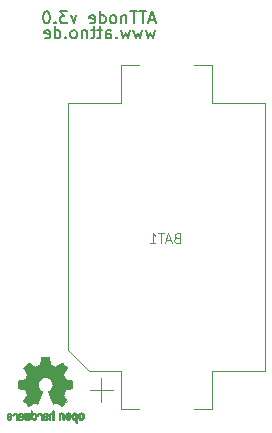
<source format=gbr>
%TF.GenerationSoftware,KiCad,Pcbnew,5.1.8*%
%TF.CreationDate,2020-11-15T15:28:23+01:00*%
%TF.ProjectId,LORA_ATTINY_v3,4c4f5241-5f41-4545-9449-4e595f76332e,rev?*%
%TF.SameCoordinates,Original*%
%TF.FileFunction,Legend,Bot*%
%TF.FilePolarity,Positive*%
%FSLAX46Y46*%
G04 Gerber Fmt 4.6, Leading zero omitted, Abs format (unit mm)*
G04 Created by KiCad (PCBNEW 5.1.8) date 2020-11-15 15:28:23*
%MOMM*%
%LPD*%
G01*
G04 APERTURE LIST*
%ADD10C,0.150000*%
%ADD11C,0.010000*%
%ADD12C,0.120000*%
%ADD13C,0.100000*%
G04 APERTURE END LIST*
D10*
X69865285Y-43473714D02*
X69674809Y-44140380D01*
X69484333Y-43664190D01*
X69293857Y-44140380D01*
X69103380Y-43473714D01*
X68817666Y-43473714D02*
X68627190Y-44140380D01*
X68436714Y-43664190D01*
X68246238Y-44140380D01*
X68055761Y-43473714D01*
X67770047Y-43473714D02*
X67579571Y-44140380D01*
X67389095Y-43664190D01*
X67198619Y-44140380D01*
X67008142Y-43473714D01*
X66627190Y-44045142D02*
X66579571Y-44092761D01*
X66627190Y-44140380D01*
X66674809Y-44092761D01*
X66627190Y-44045142D01*
X66627190Y-44140380D01*
X65722428Y-44140380D02*
X65722428Y-43616571D01*
X65770047Y-43521333D01*
X65865285Y-43473714D01*
X66055761Y-43473714D01*
X66151000Y-43521333D01*
X65722428Y-44092761D02*
X65817666Y-44140380D01*
X66055761Y-44140380D01*
X66151000Y-44092761D01*
X66198619Y-43997523D01*
X66198619Y-43902285D01*
X66151000Y-43807047D01*
X66055761Y-43759428D01*
X65817666Y-43759428D01*
X65722428Y-43711809D01*
X65389095Y-43473714D02*
X65008142Y-43473714D01*
X65246238Y-43140380D02*
X65246238Y-43997523D01*
X65198619Y-44092761D01*
X65103380Y-44140380D01*
X65008142Y-44140380D01*
X64817666Y-43473714D02*
X64436714Y-43473714D01*
X64674809Y-43140380D02*
X64674809Y-43997523D01*
X64627190Y-44092761D01*
X64531952Y-44140380D01*
X64436714Y-44140380D01*
X64103380Y-43473714D02*
X64103380Y-44140380D01*
X64103380Y-43568952D02*
X64055761Y-43521333D01*
X63960523Y-43473714D01*
X63817666Y-43473714D01*
X63722428Y-43521333D01*
X63674809Y-43616571D01*
X63674809Y-44140380D01*
X63055761Y-44140380D02*
X63151000Y-44092761D01*
X63198619Y-44045142D01*
X63246238Y-43949904D01*
X63246238Y-43664190D01*
X63198619Y-43568952D01*
X63151000Y-43521333D01*
X63055761Y-43473714D01*
X62912904Y-43473714D01*
X62817666Y-43521333D01*
X62770047Y-43568952D01*
X62722428Y-43664190D01*
X62722428Y-43949904D01*
X62770047Y-44045142D01*
X62817666Y-44092761D01*
X62912904Y-44140380D01*
X63055761Y-44140380D01*
X62293857Y-44045142D02*
X62246238Y-44092761D01*
X62293857Y-44140380D01*
X62341476Y-44092761D01*
X62293857Y-44045142D01*
X62293857Y-44140380D01*
X61389095Y-44140380D02*
X61389095Y-43140380D01*
X61389095Y-44092761D02*
X61484333Y-44140380D01*
X61674809Y-44140380D01*
X61770047Y-44092761D01*
X61817666Y-44045142D01*
X61865285Y-43949904D01*
X61865285Y-43664190D01*
X61817666Y-43568952D01*
X61770047Y-43521333D01*
X61674809Y-43473714D01*
X61484333Y-43473714D01*
X61389095Y-43521333D01*
X60531952Y-44092761D02*
X60627190Y-44140380D01*
X60817666Y-44140380D01*
X60912904Y-44092761D01*
X60960523Y-43997523D01*
X60960523Y-43616571D01*
X60912904Y-43521333D01*
X60817666Y-43473714D01*
X60627190Y-43473714D01*
X60531952Y-43521333D01*
X60484333Y-43616571D01*
X60484333Y-43711809D01*
X60960523Y-43807047D01*
X69889095Y-42584666D02*
X69412904Y-42584666D01*
X69984333Y-42870380D02*
X69651000Y-41870380D01*
X69317666Y-42870380D01*
X69127190Y-41870380D02*
X68555761Y-41870380D01*
X68841476Y-42870380D02*
X68841476Y-41870380D01*
X68365285Y-41870380D02*
X67793857Y-41870380D01*
X68079571Y-42870380D02*
X68079571Y-41870380D01*
X67460523Y-42203714D02*
X67460523Y-42870380D01*
X67460523Y-42298952D02*
X67412904Y-42251333D01*
X67317666Y-42203714D01*
X67174809Y-42203714D01*
X67079571Y-42251333D01*
X67031952Y-42346571D01*
X67031952Y-42870380D01*
X66412904Y-42870380D02*
X66508142Y-42822761D01*
X66555761Y-42775142D01*
X66603380Y-42679904D01*
X66603380Y-42394190D01*
X66555761Y-42298952D01*
X66508142Y-42251333D01*
X66412904Y-42203714D01*
X66270047Y-42203714D01*
X66174809Y-42251333D01*
X66127190Y-42298952D01*
X66079571Y-42394190D01*
X66079571Y-42679904D01*
X66127190Y-42775142D01*
X66174809Y-42822761D01*
X66270047Y-42870380D01*
X66412904Y-42870380D01*
X65222428Y-42870380D02*
X65222428Y-41870380D01*
X65222428Y-42822761D02*
X65317666Y-42870380D01*
X65508142Y-42870380D01*
X65603380Y-42822761D01*
X65651000Y-42775142D01*
X65698619Y-42679904D01*
X65698619Y-42394190D01*
X65651000Y-42298952D01*
X65603380Y-42251333D01*
X65508142Y-42203714D01*
X65317666Y-42203714D01*
X65222428Y-42251333D01*
X64365285Y-42822761D02*
X64460523Y-42870380D01*
X64651000Y-42870380D01*
X64746238Y-42822761D01*
X64793857Y-42727523D01*
X64793857Y-42346571D01*
X64746238Y-42251333D01*
X64651000Y-42203714D01*
X64460523Y-42203714D01*
X64365285Y-42251333D01*
X64317666Y-42346571D01*
X64317666Y-42441809D01*
X64793857Y-42537047D01*
X63222428Y-42203714D02*
X62984333Y-42870380D01*
X62746238Y-42203714D01*
X62460523Y-41870380D02*
X61841476Y-41870380D01*
X62174809Y-42251333D01*
X62031952Y-42251333D01*
X61936714Y-42298952D01*
X61889095Y-42346571D01*
X61841476Y-42441809D01*
X61841476Y-42679904D01*
X61889095Y-42775142D01*
X61936714Y-42822761D01*
X62031952Y-42870380D01*
X62317666Y-42870380D01*
X62412904Y-42822761D01*
X62460523Y-42775142D01*
X61412904Y-42775142D02*
X61365285Y-42822761D01*
X61412904Y-42870380D01*
X61460523Y-42822761D01*
X61412904Y-42775142D01*
X61412904Y-42870380D01*
X60746238Y-41870380D02*
X60651000Y-41870380D01*
X60555761Y-41918000D01*
X60508142Y-41965619D01*
X60460523Y-42060857D01*
X60412904Y-42251333D01*
X60412904Y-42489428D01*
X60460523Y-42679904D01*
X60508142Y-42775142D01*
X60555761Y-42822761D01*
X60651000Y-42870380D01*
X60746238Y-42870380D01*
X60841476Y-42822761D01*
X60889095Y-42775142D01*
X60936714Y-42679904D01*
X60984333Y-42489428D01*
X60984333Y-42251333D01*
X60936714Y-42060857D01*
X60889095Y-41965619D01*
X60841476Y-41918000D01*
X60746238Y-41870380D01*
D11*
%TO.C,OSHW*%
G36*
X60475090Y-71156348D02*
G01*
X60396546Y-71156778D01*
X60339702Y-71157942D01*
X60300895Y-71160207D01*
X60276462Y-71163940D01*
X60262738Y-71169506D01*
X60256060Y-71177273D01*
X60252764Y-71187605D01*
X60252444Y-71188943D01*
X60247438Y-71213079D01*
X60238171Y-71260701D01*
X60225608Y-71326741D01*
X60210713Y-71406128D01*
X60194449Y-71493796D01*
X60193881Y-71496875D01*
X60177590Y-71582789D01*
X60162348Y-71658696D01*
X60149139Y-71720045D01*
X60138946Y-71762282D01*
X60132752Y-71780855D01*
X60132457Y-71781184D01*
X60114212Y-71790253D01*
X60076595Y-71805367D01*
X60027729Y-71823262D01*
X60027457Y-71823358D01*
X59965907Y-71846493D01*
X59893343Y-71875965D01*
X59824943Y-71905597D01*
X59821706Y-71907062D01*
X59710298Y-71957626D01*
X59463601Y-71789160D01*
X59387923Y-71737803D01*
X59319369Y-71691889D01*
X59261912Y-71654030D01*
X59219524Y-71626837D01*
X59196175Y-71612921D01*
X59193958Y-71611889D01*
X59176990Y-71616484D01*
X59145299Y-71638655D01*
X59097648Y-71679447D01*
X59032802Y-71739905D01*
X58966603Y-71804227D01*
X58902786Y-71867612D01*
X58845671Y-71925451D01*
X58798695Y-71974175D01*
X58765297Y-72010210D01*
X58748915Y-72029984D01*
X58748306Y-72031002D01*
X58746495Y-72044572D01*
X58753317Y-72066733D01*
X58770460Y-72100478D01*
X58799607Y-72148800D01*
X58842445Y-72214692D01*
X58899552Y-72299517D01*
X58950234Y-72374177D01*
X58995539Y-72441140D01*
X59032850Y-72496516D01*
X59059548Y-72536420D01*
X59073015Y-72556962D01*
X59073863Y-72558356D01*
X59072219Y-72578038D01*
X59059755Y-72616293D01*
X59038952Y-72665889D01*
X59031538Y-72681728D01*
X58999186Y-72752290D01*
X58964672Y-72832353D01*
X58936635Y-72901629D01*
X58916432Y-72953045D01*
X58900385Y-72992119D01*
X58891112Y-73012541D01*
X58889959Y-73014114D01*
X58872904Y-73016721D01*
X58832702Y-73023863D01*
X58774698Y-73034523D01*
X58704237Y-73047685D01*
X58626665Y-73062333D01*
X58547328Y-73077449D01*
X58471569Y-73092018D01*
X58404736Y-73105022D01*
X58352172Y-73115445D01*
X58319224Y-73122270D01*
X58311143Y-73124199D01*
X58302795Y-73128962D01*
X58296494Y-73139718D01*
X58291955Y-73160098D01*
X58288896Y-73193734D01*
X58287033Y-73244255D01*
X58286082Y-73315292D01*
X58285760Y-73410476D01*
X58285743Y-73449492D01*
X58285743Y-73766799D01*
X58361943Y-73781839D01*
X58404337Y-73789995D01*
X58467600Y-73801899D01*
X58544038Y-73816116D01*
X58625957Y-73831210D01*
X58648600Y-73835355D01*
X58724194Y-73850053D01*
X58790047Y-73864505D01*
X58840634Y-73877375D01*
X58870426Y-73887322D01*
X58875388Y-73890287D01*
X58887574Y-73911283D01*
X58905047Y-73951967D01*
X58924423Y-74004322D01*
X58928266Y-74015600D01*
X58953661Y-74085523D01*
X58985183Y-74164418D01*
X59016031Y-74235266D01*
X59016183Y-74235595D01*
X59067553Y-74346733D01*
X58898601Y-74595253D01*
X58729648Y-74843772D01*
X58946571Y-75061058D01*
X59012181Y-75125726D01*
X59072021Y-75182733D01*
X59122733Y-75229033D01*
X59160954Y-75261584D01*
X59183325Y-75277343D01*
X59186534Y-75278343D01*
X59205374Y-75270469D01*
X59243820Y-75248578D01*
X59297670Y-75215267D01*
X59362724Y-75173131D01*
X59433060Y-75125943D01*
X59504445Y-75077810D01*
X59568092Y-75035928D01*
X59619959Y-75002871D01*
X59656005Y-74981218D01*
X59672133Y-74973543D01*
X59691811Y-74980037D01*
X59729125Y-74997150D01*
X59776379Y-75021326D01*
X59781388Y-75024013D01*
X59845023Y-75055927D01*
X59888659Y-75071579D01*
X59915798Y-75071745D01*
X59929943Y-75057204D01*
X59930025Y-75057000D01*
X59937095Y-75039779D01*
X59953958Y-74998899D01*
X59979305Y-74937525D01*
X60011829Y-74858819D01*
X60050222Y-74765947D01*
X60093178Y-74662072D01*
X60134778Y-74561502D01*
X60180496Y-74450516D01*
X60222474Y-74347703D01*
X60259452Y-74256215D01*
X60290173Y-74179201D01*
X60313378Y-74119815D01*
X60327810Y-74081209D01*
X60332257Y-74066800D01*
X60321104Y-74050272D01*
X60291931Y-74023930D01*
X60253029Y-73994887D01*
X60142243Y-73903039D01*
X60055649Y-73797759D01*
X59994284Y-73681266D01*
X59959185Y-73555776D01*
X59951392Y-73423507D01*
X59957057Y-73362457D01*
X59987922Y-73235795D01*
X60041080Y-73123941D01*
X60113233Y-73028001D01*
X60201083Y-72949076D01*
X60301335Y-72888270D01*
X60410690Y-72846687D01*
X60525853Y-72825428D01*
X60643525Y-72825599D01*
X60760410Y-72848301D01*
X60873211Y-72894638D01*
X60978631Y-72965713D01*
X61022632Y-73005911D01*
X61107021Y-73109129D01*
X61165778Y-73221925D01*
X61199296Y-73341010D01*
X61207965Y-73463095D01*
X61192177Y-73584893D01*
X61152322Y-73703116D01*
X61088793Y-73814475D01*
X61001979Y-73915684D01*
X60904971Y-73994887D01*
X60864563Y-74025162D01*
X60836018Y-74051219D01*
X60825743Y-74066825D01*
X60831123Y-74083843D01*
X60846425Y-74124500D01*
X60870388Y-74185642D01*
X60901756Y-74264119D01*
X60939268Y-74356780D01*
X60981667Y-74460472D01*
X61023337Y-74561526D01*
X61069310Y-74672607D01*
X61111893Y-74775541D01*
X61149779Y-74867165D01*
X61181660Y-74944316D01*
X61206229Y-75003831D01*
X61222180Y-75042544D01*
X61228090Y-75057000D01*
X61242052Y-75071685D01*
X61269060Y-75071642D01*
X61312587Y-75056099D01*
X61376110Y-75024284D01*
X61376612Y-75024013D01*
X61424440Y-74999323D01*
X61463103Y-74981338D01*
X61484905Y-74973614D01*
X61485867Y-74973543D01*
X61502279Y-74981378D01*
X61538513Y-75003165D01*
X61590526Y-75036328D01*
X61654275Y-75078291D01*
X61724940Y-75125943D01*
X61796884Y-75174191D01*
X61861726Y-75216151D01*
X61915265Y-75249227D01*
X61953303Y-75270821D01*
X61971467Y-75278343D01*
X61988192Y-75268457D01*
X62021820Y-75240826D01*
X62068990Y-75198495D01*
X62126342Y-75144505D01*
X62190516Y-75081899D01*
X62211503Y-75060983D01*
X62428501Y-74843623D01*
X62263332Y-74601220D01*
X62213136Y-74526781D01*
X62169081Y-74459972D01*
X62133638Y-74404665D01*
X62109281Y-74364729D01*
X62098478Y-74344036D01*
X62098162Y-74342563D01*
X62103857Y-74323058D01*
X62119174Y-74283822D01*
X62141463Y-74231430D01*
X62157107Y-74196355D01*
X62186359Y-74129201D01*
X62213906Y-74061358D01*
X62235263Y-74004034D01*
X62241065Y-73986572D01*
X62257548Y-73939938D01*
X62273660Y-73903905D01*
X62282510Y-73890287D01*
X62302040Y-73881952D01*
X62344666Y-73870137D01*
X62404855Y-73856181D01*
X62477078Y-73841422D01*
X62509400Y-73835355D01*
X62591478Y-73820273D01*
X62670205Y-73805669D01*
X62737891Y-73792980D01*
X62786840Y-73783642D01*
X62796057Y-73781839D01*
X62872257Y-73766799D01*
X62872257Y-73449492D01*
X62872086Y-73345154D01*
X62871384Y-73266213D01*
X62869866Y-73209038D01*
X62867251Y-73169999D01*
X62863254Y-73145465D01*
X62857591Y-73131805D01*
X62849980Y-73125389D01*
X62846857Y-73124199D01*
X62828022Y-73119980D01*
X62786412Y-73111562D01*
X62727370Y-73099961D01*
X62656243Y-73086195D01*
X62578375Y-73071280D01*
X62499113Y-73056232D01*
X62423802Y-73042069D01*
X62357787Y-73029806D01*
X62306413Y-73020461D01*
X62275025Y-73015050D01*
X62268041Y-73014114D01*
X62261715Y-73001596D01*
X62247710Y-72968246D01*
X62228645Y-72920377D01*
X62221366Y-72901629D01*
X62192004Y-72829195D01*
X62157429Y-72749170D01*
X62126463Y-72681728D01*
X62103677Y-72630159D01*
X62088518Y-72587785D01*
X62083458Y-72561834D01*
X62084264Y-72558356D01*
X62094959Y-72541936D01*
X62119380Y-72505417D01*
X62154905Y-72452687D01*
X62198913Y-72387635D01*
X62248783Y-72314151D01*
X62258644Y-72299645D01*
X62316508Y-72213704D01*
X62359044Y-72148261D01*
X62387946Y-72100304D01*
X62404910Y-72066820D01*
X62411633Y-72044795D01*
X62409810Y-72031217D01*
X62409764Y-72031131D01*
X62395414Y-72013297D01*
X62363677Y-71978817D01*
X62317990Y-71931268D01*
X62261796Y-71874222D01*
X62198532Y-71811255D01*
X62191398Y-71804227D01*
X62111670Y-71727020D01*
X62050143Y-71670330D01*
X62005579Y-71633110D01*
X61976743Y-71614315D01*
X61964042Y-71611889D01*
X61945506Y-71622471D01*
X61907039Y-71646916D01*
X61852614Y-71682612D01*
X61786202Y-71726947D01*
X61711775Y-71777311D01*
X61694399Y-71789160D01*
X61447703Y-71957626D01*
X61336294Y-71907062D01*
X61268543Y-71877595D01*
X61195817Y-71847959D01*
X61133297Y-71824330D01*
X61130543Y-71823358D01*
X61081640Y-71805457D01*
X61043943Y-71790320D01*
X61025575Y-71781210D01*
X61025544Y-71781184D01*
X61019715Y-71764717D01*
X61009808Y-71724219D01*
X60996805Y-71664242D01*
X60981691Y-71589340D01*
X60965448Y-71504064D01*
X60964119Y-71496875D01*
X60947825Y-71409014D01*
X60932867Y-71329260D01*
X60920209Y-71262681D01*
X60910814Y-71214347D01*
X60905646Y-71189325D01*
X60905556Y-71188943D01*
X60902411Y-71178299D01*
X60896296Y-71170262D01*
X60883547Y-71164467D01*
X60860500Y-71160547D01*
X60823491Y-71158135D01*
X60768856Y-71156865D01*
X60692933Y-71156371D01*
X60592056Y-71156286D01*
X60579000Y-71156286D01*
X60475090Y-71156348D01*
G37*
X60475090Y-71156348D02*
X60396546Y-71156778D01*
X60339702Y-71157942D01*
X60300895Y-71160207D01*
X60276462Y-71163940D01*
X60262738Y-71169506D01*
X60256060Y-71177273D01*
X60252764Y-71187605D01*
X60252444Y-71188943D01*
X60247438Y-71213079D01*
X60238171Y-71260701D01*
X60225608Y-71326741D01*
X60210713Y-71406128D01*
X60194449Y-71493796D01*
X60193881Y-71496875D01*
X60177590Y-71582789D01*
X60162348Y-71658696D01*
X60149139Y-71720045D01*
X60138946Y-71762282D01*
X60132752Y-71780855D01*
X60132457Y-71781184D01*
X60114212Y-71790253D01*
X60076595Y-71805367D01*
X60027729Y-71823262D01*
X60027457Y-71823358D01*
X59965907Y-71846493D01*
X59893343Y-71875965D01*
X59824943Y-71905597D01*
X59821706Y-71907062D01*
X59710298Y-71957626D01*
X59463601Y-71789160D01*
X59387923Y-71737803D01*
X59319369Y-71691889D01*
X59261912Y-71654030D01*
X59219524Y-71626837D01*
X59196175Y-71612921D01*
X59193958Y-71611889D01*
X59176990Y-71616484D01*
X59145299Y-71638655D01*
X59097648Y-71679447D01*
X59032802Y-71739905D01*
X58966603Y-71804227D01*
X58902786Y-71867612D01*
X58845671Y-71925451D01*
X58798695Y-71974175D01*
X58765297Y-72010210D01*
X58748915Y-72029984D01*
X58748306Y-72031002D01*
X58746495Y-72044572D01*
X58753317Y-72066733D01*
X58770460Y-72100478D01*
X58799607Y-72148800D01*
X58842445Y-72214692D01*
X58899552Y-72299517D01*
X58950234Y-72374177D01*
X58995539Y-72441140D01*
X59032850Y-72496516D01*
X59059548Y-72536420D01*
X59073015Y-72556962D01*
X59073863Y-72558356D01*
X59072219Y-72578038D01*
X59059755Y-72616293D01*
X59038952Y-72665889D01*
X59031538Y-72681728D01*
X58999186Y-72752290D01*
X58964672Y-72832353D01*
X58936635Y-72901629D01*
X58916432Y-72953045D01*
X58900385Y-72992119D01*
X58891112Y-73012541D01*
X58889959Y-73014114D01*
X58872904Y-73016721D01*
X58832702Y-73023863D01*
X58774698Y-73034523D01*
X58704237Y-73047685D01*
X58626665Y-73062333D01*
X58547328Y-73077449D01*
X58471569Y-73092018D01*
X58404736Y-73105022D01*
X58352172Y-73115445D01*
X58319224Y-73122270D01*
X58311143Y-73124199D01*
X58302795Y-73128962D01*
X58296494Y-73139718D01*
X58291955Y-73160098D01*
X58288896Y-73193734D01*
X58287033Y-73244255D01*
X58286082Y-73315292D01*
X58285760Y-73410476D01*
X58285743Y-73449492D01*
X58285743Y-73766799D01*
X58361943Y-73781839D01*
X58404337Y-73789995D01*
X58467600Y-73801899D01*
X58544038Y-73816116D01*
X58625957Y-73831210D01*
X58648600Y-73835355D01*
X58724194Y-73850053D01*
X58790047Y-73864505D01*
X58840634Y-73877375D01*
X58870426Y-73887322D01*
X58875388Y-73890287D01*
X58887574Y-73911283D01*
X58905047Y-73951967D01*
X58924423Y-74004322D01*
X58928266Y-74015600D01*
X58953661Y-74085523D01*
X58985183Y-74164418D01*
X59016031Y-74235266D01*
X59016183Y-74235595D01*
X59067553Y-74346733D01*
X58898601Y-74595253D01*
X58729648Y-74843772D01*
X58946571Y-75061058D01*
X59012181Y-75125726D01*
X59072021Y-75182733D01*
X59122733Y-75229033D01*
X59160954Y-75261584D01*
X59183325Y-75277343D01*
X59186534Y-75278343D01*
X59205374Y-75270469D01*
X59243820Y-75248578D01*
X59297670Y-75215267D01*
X59362724Y-75173131D01*
X59433060Y-75125943D01*
X59504445Y-75077810D01*
X59568092Y-75035928D01*
X59619959Y-75002871D01*
X59656005Y-74981218D01*
X59672133Y-74973543D01*
X59691811Y-74980037D01*
X59729125Y-74997150D01*
X59776379Y-75021326D01*
X59781388Y-75024013D01*
X59845023Y-75055927D01*
X59888659Y-75071579D01*
X59915798Y-75071745D01*
X59929943Y-75057204D01*
X59930025Y-75057000D01*
X59937095Y-75039779D01*
X59953958Y-74998899D01*
X59979305Y-74937525D01*
X60011829Y-74858819D01*
X60050222Y-74765947D01*
X60093178Y-74662072D01*
X60134778Y-74561502D01*
X60180496Y-74450516D01*
X60222474Y-74347703D01*
X60259452Y-74256215D01*
X60290173Y-74179201D01*
X60313378Y-74119815D01*
X60327810Y-74081209D01*
X60332257Y-74066800D01*
X60321104Y-74050272D01*
X60291931Y-74023930D01*
X60253029Y-73994887D01*
X60142243Y-73903039D01*
X60055649Y-73797759D01*
X59994284Y-73681266D01*
X59959185Y-73555776D01*
X59951392Y-73423507D01*
X59957057Y-73362457D01*
X59987922Y-73235795D01*
X60041080Y-73123941D01*
X60113233Y-73028001D01*
X60201083Y-72949076D01*
X60301335Y-72888270D01*
X60410690Y-72846687D01*
X60525853Y-72825428D01*
X60643525Y-72825599D01*
X60760410Y-72848301D01*
X60873211Y-72894638D01*
X60978631Y-72965713D01*
X61022632Y-73005911D01*
X61107021Y-73109129D01*
X61165778Y-73221925D01*
X61199296Y-73341010D01*
X61207965Y-73463095D01*
X61192177Y-73584893D01*
X61152322Y-73703116D01*
X61088793Y-73814475D01*
X61001979Y-73915684D01*
X60904971Y-73994887D01*
X60864563Y-74025162D01*
X60836018Y-74051219D01*
X60825743Y-74066825D01*
X60831123Y-74083843D01*
X60846425Y-74124500D01*
X60870388Y-74185642D01*
X60901756Y-74264119D01*
X60939268Y-74356780D01*
X60981667Y-74460472D01*
X61023337Y-74561526D01*
X61069310Y-74672607D01*
X61111893Y-74775541D01*
X61149779Y-74867165D01*
X61181660Y-74944316D01*
X61206229Y-75003831D01*
X61222180Y-75042544D01*
X61228090Y-75057000D01*
X61242052Y-75071685D01*
X61269060Y-75071642D01*
X61312587Y-75056099D01*
X61376110Y-75024284D01*
X61376612Y-75024013D01*
X61424440Y-74999323D01*
X61463103Y-74981338D01*
X61484905Y-74973614D01*
X61485867Y-74973543D01*
X61502279Y-74981378D01*
X61538513Y-75003165D01*
X61590526Y-75036328D01*
X61654275Y-75078291D01*
X61724940Y-75125943D01*
X61796884Y-75174191D01*
X61861726Y-75216151D01*
X61915265Y-75249227D01*
X61953303Y-75270821D01*
X61971467Y-75278343D01*
X61988192Y-75268457D01*
X62021820Y-75240826D01*
X62068990Y-75198495D01*
X62126342Y-75144505D01*
X62190516Y-75081899D01*
X62211503Y-75060983D01*
X62428501Y-74843623D01*
X62263332Y-74601220D01*
X62213136Y-74526781D01*
X62169081Y-74459972D01*
X62133638Y-74404665D01*
X62109281Y-74364729D01*
X62098478Y-74344036D01*
X62098162Y-74342563D01*
X62103857Y-74323058D01*
X62119174Y-74283822D01*
X62141463Y-74231430D01*
X62157107Y-74196355D01*
X62186359Y-74129201D01*
X62213906Y-74061358D01*
X62235263Y-74004034D01*
X62241065Y-73986572D01*
X62257548Y-73939938D01*
X62273660Y-73903905D01*
X62282510Y-73890287D01*
X62302040Y-73881952D01*
X62344666Y-73870137D01*
X62404855Y-73856181D01*
X62477078Y-73841422D01*
X62509400Y-73835355D01*
X62591478Y-73820273D01*
X62670205Y-73805669D01*
X62737891Y-73792980D01*
X62786840Y-73783642D01*
X62796057Y-73781839D01*
X62872257Y-73766799D01*
X62872257Y-73449492D01*
X62872086Y-73345154D01*
X62871384Y-73266213D01*
X62869866Y-73209038D01*
X62867251Y-73169999D01*
X62863254Y-73145465D01*
X62857591Y-73131805D01*
X62849980Y-73125389D01*
X62846857Y-73124199D01*
X62828022Y-73119980D01*
X62786412Y-73111562D01*
X62727370Y-73099961D01*
X62656243Y-73086195D01*
X62578375Y-73071280D01*
X62499113Y-73056232D01*
X62423802Y-73042069D01*
X62357787Y-73029806D01*
X62306413Y-73020461D01*
X62275025Y-73015050D01*
X62268041Y-73014114D01*
X62261715Y-73001596D01*
X62247710Y-72968246D01*
X62228645Y-72920377D01*
X62221366Y-72901629D01*
X62192004Y-72829195D01*
X62157429Y-72749170D01*
X62126463Y-72681728D01*
X62103677Y-72630159D01*
X62088518Y-72587785D01*
X62083458Y-72561834D01*
X62084264Y-72558356D01*
X62094959Y-72541936D01*
X62119380Y-72505417D01*
X62154905Y-72452687D01*
X62198913Y-72387635D01*
X62248783Y-72314151D01*
X62258644Y-72299645D01*
X62316508Y-72213704D01*
X62359044Y-72148261D01*
X62387946Y-72100304D01*
X62404910Y-72066820D01*
X62411633Y-72044795D01*
X62409810Y-72031217D01*
X62409764Y-72031131D01*
X62395414Y-72013297D01*
X62363677Y-71978817D01*
X62317990Y-71931268D01*
X62261796Y-71874222D01*
X62198532Y-71811255D01*
X62191398Y-71804227D01*
X62111670Y-71727020D01*
X62050143Y-71670330D01*
X62005579Y-71633110D01*
X61976743Y-71614315D01*
X61964042Y-71611889D01*
X61945506Y-71622471D01*
X61907039Y-71646916D01*
X61852614Y-71682612D01*
X61786202Y-71726947D01*
X61711775Y-71777311D01*
X61694399Y-71789160D01*
X61447703Y-71957626D01*
X61336294Y-71907062D01*
X61268543Y-71877595D01*
X61195817Y-71847959D01*
X61133297Y-71824330D01*
X61130543Y-71823358D01*
X61081640Y-71805457D01*
X61043943Y-71790320D01*
X61025575Y-71781210D01*
X61025544Y-71781184D01*
X61019715Y-71764717D01*
X61009808Y-71724219D01*
X60996805Y-71664242D01*
X60981691Y-71589340D01*
X60965448Y-71504064D01*
X60964119Y-71496875D01*
X60947825Y-71409014D01*
X60932867Y-71329260D01*
X60920209Y-71262681D01*
X60910814Y-71214347D01*
X60905646Y-71189325D01*
X60905556Y-71188943D01*
X60902411Y-71178299D01*
X60896296Y-71170262D01*
X60883547Y-71164467D01*
X60860500Y-71160547D01*
X60823491Y-71158135D01*
X60768856Y-71156865D01*
X60692933Y-71156371D01*
X60592056Y-71156286D01*
X60579000Y-71156286D01*
X60475090Y-71156348D01*
G36*
X57425405Y-75880966D02*
G01*
X57367979Y-75918497D01*
X57340281Y-75952096D01*
X57318338Y-76013064D01*
X57316595Y-76061308D01*
X57320543Y-76125816D01*
X57469314Y-76190934D01*
X57541651Y-76224202D01*
X57588916Y-76250964D01*
X57613493Y-76274144D01*
X57617763Y-76296667D01*
X57604111Y-76321455D01*
X57589057Y-76337886D01*
X57545254Y-76364235D01*
X57497611Y-76366081D01*
X57453855Y-76345546D01*
X57421711Y-76304752D01*
X57415962Y-76290347D01*
X57388424Y-76245356D01*
X57356742Y-76226182D01*
X57313286Y-76209779D01*
X57313286Y-76271966D01*
X57317128Y-76314283D01*
X57332177Y-76349969D01*
X57363720Y-76390943D01*
X57368408Y-76396267D01*
X57403494Y-76432720D01*
X57433653Y-76452283D01*
X57471385Y-76461283D01*
X57502665Y-76464230D01*
X57558615Y-76464965D01*
X57598445Y-76455660D01*
X57623292Y-76441846D01*
X57662344Y-76411467D01*
X57689375Y-76378613D01*
X57706483Y-76337294D01*
X57715762Y-76281521D01*
X57719307Y-76205305D01*
X57719590Y-76166622D01*
X57718628Y-76120247D01*
X57630993Y-76120247D01*
X57629977Y-76145126D01*
X57627444Y-76149200D01*
X57610726Y-76143665D01*
X57574751Y-76129017D01*
X57526669Y-76108190D01*
X57516614Y-76103714D01*
X57455848Y-76072814D01*
X57422368Y-76045657D01*
X57415010Y-76020220D01*
X57432609Y-75994481D01*
X57447144Y-75983109D01*
X57499590Y-75960364D01*
X57548678Y-75964122D01*
X57589773Y-75991884D01*
X57618242Y-76041152D01*
X57627369Y-76080257D01*
X57630993Y-76120247D01*
X57718628Y-76120247D01*
X57717715Y-76076249D01*
X57710804Y-76009384D01*
X57697116Y-75960695D01*
X57674904Y-75924849D01*
X57642426Y-75896513D01*
X57628267Y-75887355D01*
X57563947Y-75863507D01*
X57493527Y-75862006D01*
X57425405Y-75880966D01*
G37*
X57425405Y-75880966D02*
X57367979Y-75918497D01*
X57340281Y-75952096D01*
X57318338Y-76013064D01*
X57316595Y-76061308D01*
X57320543Y-76125816D01*
X57469314Y-76190934D01*
X57541651Y-76224202D01*
X57588916Y-76250964D01*
X57613493Y-76274144D01*
X57617763Y-76296667D01*
X57604111Y-76321455D01*
X57589057Y-76337886D01*
X57545254Y-76364235D01*
X57497611Y-76366081D01*
X57453855Y-76345546D01*
X57421711Y-76304752D01*
X57415962Y-76290347D01*
X57388424Y-76245356D01*
X57356742Y-76226182D01*
X57313286Y-76209779D01*
X57313286Y-76271966D01*
X57317128Y-76314283D01*
X57332177Y-76349969D01*
X57363720Y-76390943D01*
X57368408Y-76396267D01*
X57403494Y-76432720D01*
X57433653Y-76452283D01*
X57471385Y-76461283D01*
X57502665Y-76464230D01*
X57558615Y-76464965D01*
X57598445Y-76455660D01*
X57623292Y-76441846D01*
X57662344Y-76411467D01*
X57689375Y-76378613D01*
X57706483Y-76337294D01*
X57715762Y-76281521D01*
X57719307Y-76205305D01*
X57719590Y-76166622D01*
X57718628Y-76120247D01*
X57630993Y-76120247D01*
X57629977Y-76145126D01*
X57627444Y-76149200D01*
X57610726Y-76143665D01*
X57574751Y-76129017D01*
X57526669Y-76108190D01*
X57516614Y-76103714D01*
X57455848Y-76072814D01*
X57422368Y-76045657D01*
X57415010Y-76020220D01*
X57432609Y-75994481D01*
X57447144Y-75983109D01*
X57499590Y-75960364D01*
X57548678Y-75964122D01*
X57589773Y-75991884D01*
X57618242Y-76041152D01*
X57627369Y-76080257D01*
X57630993Y-76120247D01*
X57718628Y-76120247D01*
X57717715Y-76076249D01*
X57710804Y-76009384D01*
X57697116Y-75960695D01*
X57674904Y-75924849D01*
X57642426Y-75896513D01*
X57628267Y-75887355D01*
X57563947Y-75863507D01*
X57493527Y-75862006D01*
X57425405Y-75880966D01*
G36*
X57926400Y-75872752D02*
G01*
X57909052Y-75880334D01*
X57867644Y-75913128D01*
X57832235Y-75960547D01*
X57810336Y-76011151D01*
X57806771Y-76036098D01*
X57818721Y-76070927D01*
X57844933Y-76089357D01*
X57873036Y-76100516D01*
X57885905Y-76102572D01*
X57892171Y-76087649D01*
X57904544Y-76055175D01*
X57909972Y-76040502D01*
X57940410Y-75989744D01*
X57984480Y-75964427D01*
X58040990Y-75965206D01*
X58045175Y-75966203D01*
X58075345Y-75980507D01*
X58097524Y-76008393D01*
X58112673Y-76053287D01*
X58121750Y-76118615D01*
X58125714Y-76207804D01*
X58126086Y-76255261D01*
X58126270Y-76330071D01*
X58127478Y-76381069D01*
X58130691Y-76413471D01*
X58136891Y-76432495D01*
X58147060Y-76443356D01*
X58162181Y-76451272D01*
X58163054Y-76451670D01*
X58192172Y-76463981D01*
X58206597Y-76468514D01*
X58208814Y-76454809D01*
X58210711Y-76416925D01*
X58212153Y-76359715D01*
X58213002Y-76288027D01*
X58213171Y-76235565D01*
X58212308Y-76134047D01*
X58208930Y-76057032D01*
X58201858Y-76000023D01*
X58189912Y-75958526D01*
X58171910Y-75928043D01*
X58146673Y-75904080D01*
X58121753Y-75887355D01*
X58061829Y-75865097D01*
X57992089Y-75860076D01*
X57926400Y-75872752D01*
G37*
X57926400Y-75872752D02*
X57909052Y-75880334D01*
X57867644Y-75913128D01*
X57832235Y-75960547D01*
X57810336Y-76011151D01*
X57806771Y-76036098D01*
X57818721Y-76070927D01*
X57844933Y-76089357D01*
X57873036Y-76100516D01*
X57885905Y-76102572D01*
X57892171Y-76087649D01*
X57904544Y-76055175D01*
X57909972Y-76040502D01*
X57940410Y-75989744D01*
X57984480Y-75964427D01*
X58040990Y-75965206D01*
X58045175Y-75966203D01*
X58075345Y-75980507D01*
X58097524Y-76008393D01*
X58112673Y-76053287D01*
X58121750Y-76118615D01*
X58125714Y-76207804D01*
X58126086Y-76255261D01*
X58126270Y-76330071D01*
X58127478Y-76381069D01*
X58130691Y-76413471D01*
X58136891Y-76432495D01*
X58147060Y-76443356D01*
X58162181Y-76451272D01*
X58163054Y-76451670D01*
X58192172Y-76463981D01*
X58206597Y-76468514D01*
X58208814Y-76454809D01*
X58210711Y-76416925D01*
X58212153Y-76359715D01*
X58213002Y-76288027D01*
X58213171Y-76235565D01*
X58212308Y-76134047D01*
X58208930Y-76057032D01*
X58201858Y-76000023D01*
X58189912Y-75958526D01*
X58171910Y-75928043D01*
X58146673Y-75904080D01*
X58121753Y-75887355D01*
X58061829Y-75865097D01*
X57992089Y-75860076D01*
X57926400Y-75872752D01*
G36*
X58434124Y-75870335D02*
G01*
X58392333Y-75889344D01*
X58359531Y-75912378D01*
X58335497Y-75938133D01*
X58318903Y-75971358D01*
X58308423Y-76016800D01*
X58302729Y-76079207D01*
X58300493Y-76163327D01*
X58300257Y-76218721D01*
X58300257Y-76434826D01*
X58337226Y-76451670D01*
X58366344Y-76463981D01*
X58380769Y-76468514D01*
X58383528Y-76455025D01*
X58385718Y-76418653D01*
X58387058Y-76365542D01*
X58387343Y-76323372D01*
X58388566Y-76262447D01*
X58391864Y-76214115D01*
X58396679Y-76184518D01*
X58400504Y-76178229D01*
X58426217Y-76184652D01*
X58466582Y-76201125D01*
X58513321Y-76223458D01*
X58558155Y-76247457D01*
X58592807Y-76268930D01*
X58608998Y-76283685D01*
X58609062Y-76283845D01*
X58607670Y-76311152D01*
X58595182Y-76337219D01*
X58573257Y-76358392D01*
X58541257Y-76365474D01*
X58513908Y-76364649D01*
X58475174Y-76364042D01*
X58454842Y-76373116D01*
X58442631Y-76397092D01*
X58441091Y-76401613D01*
X58435797Y-76435806D01*
X58449953Y-76456568D01*
X58486852Y-76466462D01*
X58526711Y-76468292D01*
X58598438Y-76454727D01*
X58635568Y-76435355D01*
X58681424Y-76389845D01*
X58705744Y-76333983D01*
X58707927Y-76274957D01*
X58687371Y-76219953D01*
X58656451Y-76185486D01*
X58625580Y-76166189D01*
X58577058Y-76141759D01*
X58520515Y-76116985D01*
X58511090Y-76113199D01*
X58448981Y-76085791D01*
X58413178Y-76061634D01*
X58401663Y-76037619D01*
X58412420Y-76010635D01*
X58430886Y-75989543D01*
X58474531Y-75963572D01*
X58522554Y-75961624D01*
X58566594Y-75981637D01*
X58598291Y-76021551D01*
X58602451Y-76031848D01*
X58626673Y-76069724D01*
X58662035Y-76097842D01*
X58706657Y-76120917D01*
X58706657Y-76055485D01*
X58704031Y-76015506D01*
X58692770Y-75983997D01*
X58667801Y-75950378D01*
X58643831Y-75924484D01*
X58606559Y-75887817D01*
X58577599Y-75868121D01*
X58546495Y-75860220D01*
X58511287Y-75858914D01*
X58434124Y-75870335D01*
G37*
X58434124Y-75870335D02*
X58392333Y-75889344D01*
X58359531Y-75912378D01*
X58335497Y-75938133D01*
X58318903Y-75971358D01*
X58308423Y-76016800D01*
X58302729Y-76079207D01*
X58300493Y-76163327D01*
X58300257Y-76218721D01*
X58300257Y-76434826D01*
X58337226Y-76451670D01*
X58366344Y-76463981D01*
X58380769Y-76468514D01*
X58383528Y-76455025D01*
X58385718Y-76418653D01*
X58387058Y-76365542D01*
X58387343Y-76323372D01*
X58388566Y-76262447D01*
X58391864Y-76214115D01*
X58396679Y-76184518D01*
X58400504Y-76178229D01*
X58426217Y-76184652D01*
X58466582Y-76201125D01*
X58513321Y-76223458D01*
X58558155Y-76247457D01*
X58592807Y-76268930D01*
X58608998Y-76283685D01*
X58609062Y-76283845D01*
X58607670Y-76311152D01*
X58595182Y-76337219D01*
X58573257Y-76358392D01*
X58541257Y-76365474D01*
X58513908Y-76364649D01*
X58475174Y-76364042D01*
X58454842Y-76373116D01*
X58442631Y-76397092D01*
X58441091Y-76401613D01*
X58435797Y-76435806D01*
X58449953Y-76456568D01*
X58486852Y-76466462D01*
X58526711Y-76468292D01*
X58598438Y-76454727D01*
X58635568Y-76435355D01*
X58681424Y-76389845D01*
X58705744Y-76333983D01*
X58707927Y-76274957D01*
X58687371Y-76219953D01*
X58656451Y-76185486D01*
X58625580Y-76166189D01*
X58577058Y-76141759D01*
X58520515Y-76116985D01*
X58511090Y-76113199D01*
X58448981Y-76085791D01*
X58413178Y-76061634D01*
X58401663Y-76037619D01*
X58412420Y-76010635D01*
X58430886Y-75989543D01*
X58474531Y-75963572D01*
X58522554Y-75961624D01*
X58566594Y-75981637D01*
X58598291Y-76021551D01*
X58602451Y-76031848D01*
X58626673Y-76069724D01*
X58662035Y-76097842D01*
X58706657Y-76120917D01*
X58706657Y-76055485D01*
X58704031Y-76015506D01*
X58692770Y-75983997D01*
X58667801Y-75950378D01*
X58643831Y-75924484D01*
X58606559Y-75887817D01*
X58577599Y-75868121D01*
X58546495Y-75860220D01*
X58511287Y-75858914D01*
X58434124Y-75870335D01*
G36*
X58799167Y-75872663D02*
G01*
X58796952Y-75910850D01*
X58795216Y-75968886D01*
X58794101Y-76042180D01*
X58793743Y-76119055D01*
X58793743Y-76379196D01*
X58839674Y-76425127D01*
X58871325Y-76453429D01*
X58899110Y-76464893D01*
X58937085Y-76464168D01*
X58952160Y-76462321D01*
X58999274Y-76456948D01*
X59038244Y-76453869D01*
X59047743Y-76453585D01*
X59079767Y-76455445D01*
X59125568Y-76460114D01*
X59143326Y-76462321D01*
X59186943Y-76465735D01*
X59216255Y-76458320D01*
X59245320Y-76435427D01*
X59255812Y-76425127D01*
X59301743Y-76379196D01*
X59301743Y-75892602D01*
X59264774Y-75875758D01*
X59232941Y-75863282D01*
X59214317Y-75858914D01*
X59209542Y-75872718D01*
X59205079Y-75911286D01*
X59201225Y-75970356D01*
X59198278Y-76045663D01*
X59196857Y-76109286D01*
X59192886Y-76359657D01*
X59158241Y-76364556D01*
X59126732Y-76361131D01*
X59111292Y-76350041D01*
X59106977Y-76329308D01*
X59103292Y-76285145D01*
X59100531Y-76223146D01*
X59098988Y-76148909D01*
X59098765Y-76110706D01*
X59098543Y-75890783D01*
X59052834Y-75874849D01*
X59020482Y-75864015D01*
X59002885Y-75858962D01*
X59002377Y-75858914D01*
X59000612Y-75872648D01*
X58998671Y-75910730D01*
X58996718Y-75968482D01*
X58994916Y-76041227D01*
X58993657Y-76109286D01*
X58989686Y-76359657D01*
X58902600Y-76359657D01*
X58898604Y-76131240D01*
X58894608Y-75902822D01*
X58852153Y-75880868D01*
X58820808Y-75865793D01*
X58802256Y-75858951D01*
X58801721Y-75858914D01*
X58799167Y-75872663D01*
G37*
X58799167Y-75872663D02*
X58796952Y-75910850D01*
X58795216Y-75968886D01*
X58794101Y-76042180D01*
X58793743Y-76119055D01*
X58793743Y-76379196D01*
X58839674Y-76425127D01*
X58871325Y-76453429D01*
X58899110Y-76464893D01*
X58937085Y-76464168D01*
X58952160Y-76462321D01*
X58999274Y-76456948D01*
X59038244Y-76453869D01*
X59047743Y-76453585D01*
X59079767Y-76455445D01*
X59125568Y-76460114D01*
X59143326Y-76462321D01*
X59186943Y-76465735D01*
X59216255Y-76458320D01*
X59245320Y-76435427D01*
X59255812Y-76425127D01*
X59301743Y-76379196D01*
X59301743Y-75892602D01*
X59264774Y-75875758D01*
X59232941Y-75863282D01*
X59214317Y-75858914D01*
X59209542Y-75872718D01*
X59205079Y-75911286D01*
X59201225Y-75970356D01*
X59198278Y-76045663D01*
X59196857Y-76109286D01*
X59192886Y-76359657D01*
X59158241Y-76364556D01*
X59126732Y-76361131D01*
X59111292Y-76350041D01*
X59106977Y-76329308D01*
X59103292Y-76285145D01*
X59100531Y-76223146D01*
X59098988Y-76148909D01*
X59098765Y-76110706D01*
X59098543Y-75890783D01*
X59052834Y-75874849D01*
X59020482Y-75864015D01*
X59002885Y-75858962D01*
X59002377Y-75858914D01*
X59000612Y-75872648D01*
X58998671Y-75910730D01*
X58996718Y-75968482D01*
X58994916Y-76041227D01*
X58993657Y-76109286D01*
X58989686Y-76359657D01*
X58902600Y-76359657D01*
X58898604Y-76131240D01*
X58894608Y-75902822D01*
X58852153Y-75880868D01*
X58820808Y-75865793D01*
X58802256Y-75858951D01*
X58801721Y-75858914D01*
X58799167Y-75872663D01*
G36*
X59388883Y-75979358D02*
G01*
X59389067Y-76087837D01*
X59389781Y-76171287D01*
X59391325Y-76233704D01*
X59393999Y-76279085D01*
X59398106Y-76311429D01*
X59403945Y-76334733D01*
X59411818Y-76352995D01*
X59417779Y-76363418D01*
X59467145Y-76419945D01*
X59529736Y-76455377D01*
X59598987Y-76468090D01*
X59668332Y-76456463D01*
X59709625Y-76435568D01*
X59752975Y-76399422D01*
X59782519Y-76355276D01*
X59800345Y-76297462D01*
X59808537Y-76220313D01*
X59809698Y-76163714D01*
X59809542Y-76159647D01*
X59708143Y-76159647D01*
X59707524Y-76224550D01*
X59704686Y-76267514D01*
X59698160Y-76295622D01*
X59686477Y-76315953D01*
X59672517Y-76331288D01*
X59625635Y-76360890D01*
X59575299Y-76363419D01*
X59527724Y-76338705D01*
X59524021Y-76335356D01*
X59508217Y-76317935D01*
X59498307Y-76297209D01*
X59492942Y-76266362D01*
X59490772Y-76218577D01*
X59490429Y-76165748D01*
X59491173Y-76099381D01*
X59494252Y-76055106D01*
X59500939Y-76026009D01*
X59512504Y-76005173D01*
X59521987Y-75994107D01*
X59566040Y-75966198D01*
X59616776Y-75962843D01*
X59665204Y-75984159D01*
X59674550Y-75992073D01*
X59690460Y-76009647D01*
X59700390Y-76030587D01*
X59705722Y-76061782D01*
X59707837Y-76110122D01*
X59708143Y-76159647D01*
X59809542Y-76159647D01*
X59806190Y-76072568D01*
X59794274Y-76004086D01*
X59771865Y-75952600D01*
X59736876Y-75912443D01*
X59709625Y-75891861D01*
X59660093Y-75869625D01*
X59602684Y-75859304D01*
X59549318Y-75862067D01*
X59519457Y-75873212D01*
X59507739Y-75876383D01*
X59499963Y-75864557D01*
X59494535Y-75832866D01*
X59490429Y-75784593D01*
X59485933Y-75730829D01*
X59479687Y-75698482D01*
X59468324Y-75679985D01*
X59448472Y-75667770D01*
X59436000Y-75662362D01*
X59388829Y-75642601D01*
X59388883Y-75979358D01*
G37*
X59388883Y-75979358D02*
X59389067Y-76087837D01*
X59389781Y-76171287D01*
X59391325Y-76233704D01*
X59393999Y-76279085D01*
X59398106Y-76311429D01*
X59403945Y-76334733D01*
X59411818Y-76352995D01*
X59417779Y-76363418D01*
X59467145Y-76419945D01*
X59529736Y-76455377D01*
X59598987Y-76468090D01*
X59668332Y-76456463D01*
X59709625Y-76435568D01*
X59752975Y-76399422D01*
X59782519Y-76355276D01*
X59800345Y-76297462D01*
X59808537Y-76220313D01*
X59809698Y-76163714D01*
X59809542Y-76159647D01*
X59708143Y-76159647D01*
X59707524Y-76224550D01*
X59704686Y-76267514D01*
X59698160Y-76295622D01*
X59686477Y-76315953D01*
X59672517Y-76331288D01*
X59625635Y-76360890D01*
X59575299Y-76363419D01*
X59527724Y-76338705D01*
X59524021Y-76335356D01*
X59508217Y-76317935D01*
X59498307Y-76297209D01*
X59492942Y-76266362D01*
X59490772Y-76218577D01*
X59490429Y-76165748D01*
X59491173Y-76099381D01*
X59494252Y-76055106D01*
X59500939Y-76026009D01*
X59512504Y-76005173D01*
X59521987Y-75994107D01*
X59566040Y-75966198D01*
X59616776Y-75962843D01*
X59665204Y-75984159D01*
X59674550Y-75992073D01*
X59690460Y-76009647D01*
X59700390Y-76030587D01*
X59705722Y-76061782D01*
X59707837Y-76110122D01*
X59708143Y-76159647D01*
X59809542Y-76159647D01*
X59806190Y-76072568D01*
X59794274Y-76004086D01*
X59771865Y-75952600D01*
X59736876Y-75912443D01*
X59709625Y-75891861D01*
X59660093Y-75869625D01*
X59602684Y-75859304D01*
X59549318Y-75862067D01*
X59519457Y-75873212D01*
X59507739Y-75876383D01*
X59499963Y-75864557D01*
X59494535Y-75832866D01*
X59490429Y-75784593D01*
X59485933Y-75730829D01*
X59479687Y-75698482D01*
X59468324Y-75679985D01*
X59448472Y-75667770D01*
X59436000Y-75662362D01*
X59388829Y-75642601D01*
X59388883Y-75979358D01*
G36*
X60049074Y-75863755D02*
G01*
X59983142Y-75888084D01*
X59929727Y-75931117D01*
X59908836Y-75961409D01*
X59886061Y-76016994D01*
X59886534Y-76057186D01*
X59910438Y-76084217D01*
X59919283Y-76088813D01*
X59957470Y-76103144D01*
X59976972Y-76099472D01*
X59983578Y-76075407D01*
X59983914Y-76062114D01*
X59996008Y-76013210D01*
X60027529Y-75978999D01*
X60071341Y-75962476D01*
X60120305Y-75966634D01*
X60160106Y-75988227D01*
X60173550Y-76000544D01*
X60183079Y-76015487D01*
X60189515Y-76038075D01*
X60193683Y-76073328D01*
X60196403Y-76126266D01*
X60198498Y-76201907D01*
X60199040Y-76225857D01*
X60201019Y-76307790D01*
X60203269Y-76365455D01*
X60206643Y-76403608D01*
X60211994Y-76427004D01*
X60220176Y-76440398D01*
X60232041Y-76448545D01*
X60239638Y-76452144D01*
X60271898Y-76464452D01*
X60290889Y-76468514D01*
X60297164Y-76454948D01*
X60300994Y-76413934D01*
X60302400Y-76344999D01*
X60301402Y-76247669D01*
X60301092Y-76232657D01*
X60298899Y-76143859D01*
X60296307Y-76079019D01*
X60292618Y-76033067D01*
X60287136Y-76000935D01*
X60279165Y-75977553D01*
X60268007Y-75957852D01*
X60262170Y-75949410D01*
X60228704Y-75912057D01*
X60191273Y-75883003D01*
X60186691Y-75880467D01*
X60119574Y-75860443D01*
X60049074Y-75863755D01*
G37*
X60049074Y-75863755D02*
X59983142Y-75888084D01*
X59929727Y-75931117D01*
X59908836Y-75961409D01*
X59886061Y-76016994D01*
X59886534Y-76057186D01*
X59910438Y-76084217D01*
X59919283Y-76088813D01*
X59957470Y-76103144D01*
X59976972Y-76099472D01*
X59983578Y-76075407D01*
X59983914Y-76062114D01*
X59996008Y-76013210D01*
X60027529Y-75978999D01*
X60071341Y-75962476D01*
X60120305Y-75966634D01*
X60160106Y-75988227D01*
X60173550Y-76000544D01*
X60183079Y-76015487D01*
X60189515Y-76038075D01*
X60193683Y-76073328D01*
X60196403Y-76126266D01*
X60198498Y-76201907D01*
X60199040Y-76225857D01*
X60201019Y-76307790D01*
X60203269Y-76365455D01*
X60206643Y-76403608D01*
X60211994Y-76427004D01*
X60220176Y-76440398D01*
X60232041Y-76448545D01*
X60239638Y-76452144D01*
X60271898Y-76464452D01*
X60290889Y-76468514D01*
X60297164Y-76454948D01*
X60300994Y-76413934D01*
X60302400Y-76344999D01*
X60301402Y-76247669D01*
X60301092Y-76232657D01*
X60298899Y-76143859D01*
X60296307Y-76079019D01*
X60292618Y-76033067D01*
X60287136Y-76000935D01*
X60279165Y-75977553D01*
X60268007Y-75957852D01*
X60262170Y-75949410D01*
X60228704Y-75912057D01*
X60191273Y-75883003D01*
X60186691Y-75880467D01*
X60119574Y-75860443D01*
X60049074Y-75863755D01*
G36*
X60539256Y-75864968D02*
G01*
X60482384Y-75886087D01*
X60481733Y-75886493D01*
X60446560Y-75912380D01*
X60420593Y-75942633D01*
X60402330Y-75982058D01*
X60390268Y-76035462D01*
X60382904Y-76107651D01*
X60378736Y-76203432D01*
X60378371Y-76217078D01*
X60373124Y-76422842D01*
X60417284Y-76445678D01*
X60449237Y-76461110D01*
X60468530Y-76468423D01*
X60469422Y-76468514D01*
X60472761Y-76455022D01*
X60475413Y-76418626D01*
X60477044Y-76365452D01*
X60477400Y-76322393D01*
X60477408Y-76252641D01*
X60480597Y-76208837D01*
X60491712Y-76187944D01*
X60515499Y-76186925D01*
X60556704Y-76202741D01*
X60618914Y-76231815D01*
X60664659Y-76255963D01*
X60688187Y-76276913D01*
X60695104Y-76299747D01*
X60695114Y-76300877D01*
X60683701Y-76340212D01*
X60649908Y-76361462D01*
X60598191Y-76364539D01*
X60560939Y-76364006D01*
X60541297Y-76374735D01*
X60529048Y-76400505D01*
X60521998Y-76433337D01*
X60532158Y-76451966D01*
X60535983Y-76454632D01*
X60571999Y-76465340D01*
X60622434Y-76466856D01*
X60674374Y-76459759D01*
X60711178Y-76446788D01*
X60762062Y-76403585D01*
X60790986Y-76343446D01*
X60796714Y-76296462D01*
X60792343Y-76254082D01*
X60776525Y-76219488D01*
X60745203Y-76188763D01*
X60694322Y-76157990D01*
X60619824Y-76123252D01*
X60615286Y-76121288D01*
X60548179Y-76090287D01*
X60506768Y-76064862D01*
X60489019Y-76042014D01*
X60492893Y-76018745D01*
X60516357Y-75992056D01*
X60523373Y-75985914D01*
X60570370Y-75962100D01*
X60619067Y-75963103D01*
X60661478Y-75986451D01*
X60689616Y-76029675D01*
X60692231Y-76038160D01*
X60717692Y-76079308D01*
X60749999Y-76099128D01*
X60796714Y-76118770D01*
X60796714Y-76067950D01*
X60782504Y-75994082D01*
X60740325Y-75926327D01*
X60718376Y-75903661D01*
X60668483Y-75874569D01*
X60605033Y-75861400D01*
X60539256Y-75864968D01*
G37*
X60539256Y-75864968D02*
X60482384Y-75886087D01*
X60481733Y-75886493D01*
X60446560Y-75912380D01*
X60420593Y-75942633D01*
X60402330Y-75982058D01*
X60390268Y-76035462D01*
X60382904Y-76107651D01*
X60378736Y-76203432D01*
X60378371Y-76217078D01*
X60373124Y-76422842D01*
X60417284Y-76445678D01*
X60449237Y-76461110D01*
X60468530Y-76468423D01*
X60469422Y-76468514D01*
X60472761Y-76455022D01*
X60475413Y-76418626D01*
X60477044Y-76365452D01*
X60477400Y-76322393D01*
X60477408Y-76252641D01*
X60480597Y-76208837D01*
X60491712Y-76187944D01*
X60515499Y-76186925D01*
X60556704Y-76202741D01*
X60618914Y-76231815D01*
X60664659Y-76255963D01*
X60688187Y-76276913D01*
X60695104Y-76299747D01*
X60695114Y-76300877D01*
X60683701Y-76340212D01*
X60649908Y-76361462D01*
X60598191Y-76364539D01*
X60560939Y-76364006D01*
X60541297Y-76374735D01*
X60529048Y-76400505D01*
X60521998Y-76433337D01*
X60532158Y-76451966D01*
X60535983Y-76454632D01*
X60571999Y-76465340D01*
X60622434Y-76466856D01*
X60674374Y-76459759D01*
X60711178Y-76446788D01*
X60762062Y-76403585D01*
X60790986Y-76343446D01*
X60796714Y-76296462D01*
X60792343Y-76254082D01*
X60776525Y-76219488D01*
X60745203Y-76188763D01*
X60694322Y-76157990D01*
X60619824Y-76123252D01*
X60615286Y-76121288D01*
X60548179Y-76090287D01*
X60506768Y-76064862D01*
X60489019Y-76042014D01*
X60492893Y-76018745D01*
X60516357Y-75992056D01*
X60523373Y-75985914D01*
X60570370Y-75962100D01*
X60619067Y-75963103D01*
X60661478Y-75986451D01*
X60689616Y-76029675D01*
X60692231Y-76038160D01*
X60717692Y-76079308D01*
X60749999Y-76099128D01*
X60796714Y-76118770D01*
X60796714Y-76067950D01*
X60782504Y-75994082D01*
X60740325Y-75926327D01*
X60718376Y-75903661D01*
X60668483Y-75874569D01*
X60605033Y-75861400D01*
X60539256Y-75864968D01*
G36*
X61203114Y-75765289D02*
G01*
X61198861Y-75824613D01*
X61193975Y-75859572D01*
X61187205Y-75874820D01*
X61177298Y-75875015D01*
X61174086Y-75873195D01*
X61131356Y-75860015D01*
X61075773Y-75860785D01*
X61019263Y-75874333D01*
X60983918Y-75891861D01*
X60947679Y-75919861D01*
X60921187Y-75951549D01*
X60903001Y-75991813D01*
X60891678Y-76045543D01*
X60885778Y-76117626D01*
X60883857Y-76212951D01*
X60883823Y-76231237D01*
X60883800Y-76436646D01*
X60929509Y-76452580D01*
X60961973Y-76463420D01*
X60979785Y-76468468D01*
X60980309Y-76468514D01*
X60982063Y-76454828D01*
X60983556Y-76417076D01*
X60984674Y-76360224D01*
X60985303Y-76289234D01*
X60985400Y-76246073D01*
X60985602Y-76160973D01*
X60986642Y-76099981D01*
X60989169Y-76058177D01*
X60993836Y-76030642D01*
X61001293Y-76012456D01*
X61012189Y-75998698D01*
X61018993Y-75992073D01*
X61065728Y-75965375D01*
X61116728Y-75963375D01*
X61162999Y-75985955D01*
X61171556Y-75994107D01*
X61184107Y-76009436D01*
X61192812Y-76027618D01*
X61198369Y-76053909D01*
X61201474Y-76093562D01*
X61202824Y-76151832D01*
X61203114Y-76232173D01*
X61203114Y-76436646D01*
X61248823Y-76452580D01*
X61281287Y-76463420D01*
X61299099Y-76468468D01*
X61299623Y-76468514D01*
X61300963Y-76454623D01*
X61302172Y-76415439D01*
X61303199Y-76354700D01*
X61303998Y-76276141D01*
X61304519Y-76183498D01*
X61304714Y-76080509D01*
X61304714Y-75683342D01*
X61257543Y-75663444D01*
X61210371Y-75643547D01*
X61203114Y-75765289D01*
G37*
X61203114Y-75765289D02*
X61198861Y-75824613D01*
X61193975Y-75859572D01*
X61187205Y-75874820D01*
X61177298Y-75875015D01*
X61174086Y-75873195D01*
X61131356Y-75860015D01*
X61075773Y-75860785D01*
X61019263Y-75874333D01*
X60983918Y-75891861D01*
X60947679Y-75919861D01*
X60921187Y-75951549D01*
X60903001Y-75991813D01*
X60891678Y-76045543D01*
X60885778Y-76117626D01*
X60883857Y-76212951D01*
X60883823Y-76231237D01*
X60883800Y-76436646D01*
X60929509Y-76452580D01*
X60961973Y-76463420D01*
X60979785Y-76468468D01*
X60980309Y-76468514D01*
X60982063Y-76454828D01*
X60983556Y-76417076D01*
X60984674Y-76360224D01*
X60985303Y-76289234D01*
X60985400Y-76246073D01*
X60985602Y-76160973D01*
X60986642Y-76099981D01*
X60989169Y-76058177D01*
X60993836Y-76030642D01*
X61001293Y-76012456D01*
X61012189Y-75998698D01*
X61018993Y-75992073D01*
X61065728Y-75965375D01*
X61116728Y-75963375D01*
X61162999Y-75985955D01*
X61171556Y-75994107D01*
X61184107Y-76009436D01*
X61192812Y-76027618D01*
X61198369Y-76053909D01*
X61201474Y-76093562D01*
X61202824Y-76151832D01*
X61203114Y-76232173D01*
X61203114Y-76436646D01*
X61248823Y-76452580D01*
X61281287Y-76463420D01*
X61299099Y-76468468D01*
X61299623Y-76468514D01*
X61300963Y-76454623D01*
X61302172Y-76415439D01*
X61303199Y-76354700D01*
X61303998Y-76276141D01*
X61304519Y-76183498D01*
X61304714Y-76080509D01*
X61304714Y-75683342D01*
X61257543Y-75663444D01*
X61210371Y-75643547D01*
X61203114Y-75765289D01*
G36*
X62410697Y-75845239D02*
G01*
X62353473Y-75883735D01*
X62309251Y-75939335D01*
X62282833Y-76010086D01*
X62277490Y-76062162D01*
X62278097Y-76083893D01*
X62283178Y-76100531D01*
X62297145Y-76115437D01*
X62324411Y-76131973D01*
X62369388Y-76153498D01*
X62436489Y-76183374D01*
X62436829Y-76183524D01*
X62498593Y-76211813D01*
X62549241Y-76236933D01*
X62583596Y-76256179D01*
X62596482Y-76266848D01*
X62596486Y-76266934D01*
X62585128Y-76290166D01*
X62558569Y-76315774D01*
X62528077Y-76334221D01*
X62512630Y-76337886D01*
X62470485Y-76325212D01*
X62434192Y-76293471D01*
X62416483Y-76258572D01*
X62399448Y-76232845D01*
X62366078Y-76203546D01*
X62326851Y-76178235D01*
X62292244Y-76164471D01*
X62285007Y-76163714D01*
X62276861Y-76176160D01*
X62276370Y-76207972D01*
X62282357Y-76250866D01*
X62293643Y-76296558D01*
X62309050Y-76336761D01*
X62309829Y-76338322D01*
X62356196Y-76403062D01*
X62416289Y-76447097D01*
X62484535Y-76468711D01*
X62555362Y-76466185D01*
X62623196Y-76437804D01*
X62626212Y-76435808D01*
X62679573Y-76387448D01*
X62714660Y-76324352D01*
X62734078Y-76241387D01*
X62736684Y-76218078D01*
X62741299Y-76108055D01*
X62735767Y-76056748D01*
X62596486Y-76056748D01*
X62594676Y-76088753D01*
X62584778Y-76098093D01*
X62560102Y-76091105D01*
X62521205Y-76074587D01*
X62477725Y-76053881D01*
X62476644Y-76053333D01*
X62439791Y-76033949D01*
X62425000Y-76021013D01*
X62428647Y-76007451D01*
X62444005Y-75989632D01*
X62483077Y-75963845D01*
X62525154Y-75961950D01*
X62562897Y-75980717D01*
X62588966Y-76016915D01*
X62596486Y-76056748D01*
X62735767Y-76056748D01*
X62731806Y-76020027D01*
X62707450Y-75950212D01*
X62673544Y-75901302D01*
X62612347Y-75851878D01*
X62544937Y-75827359D01*
X62476120Y-75825797D01*
X62410697Y-75845239D01*
G37*
X62410697Y-75845239D02*
X62353473Y-75883735D01*
X62309251Y-75939335D01*
X62282833Y-76010086D01*
X62277490Y-76062162D01*
X62278097Y-76083893D01*
X62283178Y-76100531D01*
X62297145Y-76115437D01*
X62324411Y-76131973D01*
X62369388Y-76153498D01*
X62436489Y-76183374D01*
X62436829Y-76183524D01*
X62498593Y-76211813D01*
X62549241Y-76236933D01*
X62583596Y-76256179D01*
X62596482Y-76266848D01*
X62596486Y-76266934D01*
X62585128Y-76290166D01*
X62558569Y-76315774D01*
X62528077Y-76334221D01*
X62512630Y-76337886D01*
X62470485Y-76325212D01*
X62434192Y-76293471D01*
X62416483Y-76258572D01*
X62399448Y-76232845D01*
X62366078Y-76203546D01*
X62326851Y-76178235D01*
X62292244Y-76164471D01*
X62285007Y-76163714D01*
X62276861Y-76176160D01*
X62276370Y-76207972D01*
X62282357Y-76250866D01*
X62293643Y-76296558D01*
X62309050Y-76336761D01*
X62309829Y-76338322D01*
X62356196Y-76403062D01*
X62416289Y-76447097D01*
X62484535Y-76468711D01*
X62555362Y-76466185D01*
X62623196Y-76437804D01*
X62626212Y-76435808D01*
X62679573Y-76387448D01*
X62714660Y-76324352D01*
X62734078Y-76241387D01*
X62736684Y-76218078D01*
X62741299Y-76108055D01*
X62735767Y-76056748D01*
X62596486Y-76056748D01*
X62594676Y-76088753D01*
X62584778Y-76098093D01*
X62560102Y-76091105D01*
X62521205Y-76074587D01*
X62477725Y-76053881D01*
X62476644Y-76053333D01*
X62439791Y-76033949D01*
X62425000Y-76021013D01*
X62428647Y-76007451D01*
X62444005Y-75989632D01*
X62483077Y-75963845D01*
X62525154Y-75961950D01*
X62562897Y-75980717D01*
X62588966Y-76016915D01*
X62596486Y-76056748D01*
X62735767Y-76056748D01*
X62731806Y-76020027D01*
X62707450Y-75950212D01*
X62673544Y-75901302D01*
X62612347Y-75851878D01*
X62544937Y-75827359D01*
X62476120Y-75825797D01*
X62410697Y-75845239D01*
G36*
X63537885Y-75835962D02*
G01*
X63469855Y-75871733D01*
X63419649Y-75929301D01*
X63401815Y-75966312D01*
X63387937Y-76021882D01*
X63380833Y-76092096D01*
X63380160Y-76168727D01*
X63385573Y-76243552D01*
X63396730Y-76308342D01*
X63413286Y-76354873D01*
X63418374Y-76362887D01*
X63478645Y-76422707D01*
X63550231Y-76458535D01*
X63627908Y-76469020D01*
X63706452Y-76452810D01*
X63728311Y-76443092D01*
X63770878Y-76413143D01*
X63808237Y-76373433D01*
X63811768Y-76368397D01*
X63826119Y-76344124D01*
X63835606Y-76318178D01*
X63841210Y-76284022D01*
X63843914Y-76235119D01*
X63844701Y-76164935D01*
X63844714Y-76149200D01*
X63844678Y-76144192D01*
X63699571Y-76144192D01*
X63698727Y-76210430D01*
X63695404Y-76254386D01*
X63688417Y-76282779D01*
X63676584Y-76302325D01*
X63670543Y-76308857D01*
X63635814Y-76333680D01*
X63602097Y-76332548D01*
X63568005Y-76311016D01*
X63547671Y-76288029D01*
X63535629Y-76254478D01*
X63528866Y-76201569D01*
X63528402Y-76195399D01*
X63527248Y-76099513D01*
X63539312Y-76028299D01*
X63564430Y-75982194D01*
X63602440Y-75961635D01*
X63616008Y-75960514D01*
X63651636Y-75966152D01*
X63676006Y-75985686D01*
X63690907Y-76023042D01*
X63698125Y-76082150D01*
X63699571Y-76144192D01*
X63844678Y-76144192D01*
X63844174Y-76074413D01*
X63841904Y-76022159D01*
X63836932Y-75985949D01*
X63828287Y-75959299D01*
X63814995Y-75935722D01*
X63812057Y-75931338D01*
X63762687Y-75872249D01*
X63708891Y-75837947D01*
X63643398Y-75824331D01*
X63621158Y-75823665D01*
X63537885Y-75835962D01*
G37*
X63537885Y-75835962D02*
X63469855Y-75871733D01*
X63419649Y-75929301D01*
X63401815Y-75966312D01*
X63387937Y-76021882D01*
X63380833Y-76092096D01*
X63380160Y-76168727D01*
X63385573Y-76243552D01*
X63396730Y-76308342D01*
X63413286Y-76354873D01*
X63418374Y-76362887D01*
X63478645Y-76422707D01*
X63550231Y-76458535D01*
X63627908Y-76469020D01*
X63706452Y-76452810D01*
X63728311Y-76443092D01*
X63770878Y-76413143D01*
X63808237Y-76373433D01*
X63811768Y-76368397D01*
X63826119Y-76344124D01*
X63835606Y-76318178D01*
X63841210Y-76284022D01*
X63843914Y-76235119D01*
X63844701Y-76164935D01*
X63844714Y-76149200D01*
X63844678Y-76144192D01*
X63699571Y-76144192D01*
X63698727Y-76210430D01*
X63695404Y-76254386D01*
X63688417Y-76282779D01*
X63676584Y-76302325D01*
X63670543Y-76308857D01*
X63635814Y-76333680D01*
X63602097Y-76332548D01*
X63568005Y-76311016D01*
X63547671Y-76288029D01*
X63535629Y-76254478D01*
X63528866Y-76201569D01*
X63528402Y-76195399D01*
X63527248Y-76099513D01*
X63539312Y-76028299D01*
X63564430Y-75982194D01*
X63602440Y-75961635D01*
X63616008Y-75960514D01*
X63651636Y-75966152D01*
X63676006Y-75985686D01*
X63690907Y-76023042D01*
X63698125Y-76082150D01*
X63699571Y-76144192D01*
X63844678Y-76144192D01*
X63844174Y-76074413D01*
X63841904Y-76022159D01*
X63836932Y-75985949D01*
X63828287Y-75959299D01*
X63814995Y-75935722D01*
X63812057Y-75931338D01*
X63762687Y-75872249D01*
X63708891Y-75837947D01*
X63643398Y-75824331D01*
X63621158Y-75823665D01*
X63537885Y-75835962D01*
G36*
X61862907Y-75841780D02*
G01*
X61816328Y-75868723D01*
X61783943Y-75895466D01*
X61760258Y-75923484D01*
X61743941Y-75957748D01*
X61733661Y-76003227D01*
X61728086Y-76064892D01*
X61725884Y-76147711D01*
X61725629Y-76207246D01*
X61725629Y-76426391D01*
X61787314Y-76454044D01*
X61849000Y-76481697D01*
X61856257Y-76241670D01*
X61859256Y-76152028D01*
X61862402Y-76086962D01*
X61866299Y-76042026D01*
X61871553Y-76012770D01*
X61878769Y-75994748D01*
X61888550Y-75983511D01*
X61891688Y-75981079D01*
X61939239Y-75962083D01*
X61987303Y-75969600D01*
X62015914Y-75989543D01*
X62027553Y-76003675D01*
X62035609Y-76022220D01*
X62040729Y-76050334D01*
X62043559Y-76093173D01*
X62044744Y-76155895D01*
X62044943Y-76221261D01*
X62044982Y-76303268D01*
X62046386Y-76361316D01*
X62051086Y-76400465D01*
X62061013Y-76425780D01*
X62078097Y-76442323D01*
X62104268Y-76455156D01*
X62139225Y-76468491D01*
X62177404Y-76483007D01*
X62172859Y-76225389D01*
X62171029Y-76132519D01*
X62168888Y-76063889D01*
X62165819Y-76014711D01*
X62161206Y-75980198D01*
X62154432Y-75955562D01*
X62144881Y-75936016D01*
X62133366Y-75918770D01*
X62077810Y-75863680D01*
X62010020Y-75831822D01*
X61936287Y-75824191D01*
X61862907Y-75841780D01*
G37*
X61862907Y-75841780D02*
X61816328Y-75868723D01*
X61783943Y-75895466D01*
X61760258Y-75923484D01*
X61743941Y-75957748D01*
X61733661Y-76003227D01*
X61728086Y-76064892D01*
X61725884Y-76147711D01*
X61725629Y-76207246D01*
X61725629Y-76426391D01*
X61787314Y-76454044D01*
X61849000Y-76481697D01*
X61856257Y-76241670D01*
X61859256Y-76152028D01*
X61862402Y-76086962D01*
X61866299Y-76042026D01*
X61871553Y-76012770D01*
X61878769Y-75994748D01*
X61888550Y-75983511D01*
X61891688Y-75981079D01*
X61939239Y-75962083D01*
X61987303Y-75969600D01*
X62015914Y-75989543D01*
X62027553Y-76003675D01*
X62035609Y-76022220D01*
X62040729Y-76050334D01*
X62043559Y-76093173D01*
X62044744Y-76155895D01*
X62044943Y-76221261D01*
X62044982Y-76303268D01*
X62046386Y-76361316D01*
X62051086Y-76400465D01*
X62061013Y-76425780D01*
X62078097Y-76442323D01*
X62104268Y-76455156D01*
X62139225Y-76468491D01*
X62177404Y-76483007D01*
X62172859Y-76225389D01*
X62171029Y-76132519D01*
X62168888Y-76063889D01*
X62165819Y-76014711D01*
X62161206Y-75980198D01*
X62154432Y-75955562D01*
X62144881Y-75936016D01*
X62133366Y-75918770D01*
X62077810Y-75863680D01*
X62010020Y-75831822D01*
X61936287Y-75824191D01*
X61862907Y-75841780D01*
G36*
X62979256Y-75833918D02*
G01*
X62923799Y-75861568D01*
X62874852Y-75912480D01*
X62861371Y-75931338D01*
X62846686Y-75956015D01*
X62837158Y-75982816D01*
X62831707Y-76018587D01*
X62829253Y-76070169D01*
X62828714Y-76138267D01*
X62831148Y-76231588D01*
X62839606Y-76301657D01*
X62855826Y-76353931D01*
X62881546Y-76393869D01*
X62918503Y-76426929D01*
X62921218Y-76428886D01*
X62957640Y-76448908D01*
X63001498Y-76458815D01*
X63057276Y-76461257D01*
X63147952Y-76461257D01*
X63147990Y-76549283D01*
X63148834Y-76598308D01*
X63153976Y-76627065D01*
X63167413Y-76644311D01*
X63193142Y-76658808D01*
X63199321Y-76661769D01*
X63228236Y-76675648D01*
X63250624Y-76684414D01*
X63267271Y-76685171D01*
X63278964Y-76675023D01*
X63286490Y-76651073D01*
X63290634Y-76610426D01*
X63292185Y-76550186D01*
X63291929Y-76467455D01*
X63290651Y-76359339D01*
X63290252Y-76327000D01*
X63288815Y-76215524D01*
X63287528Y-76142603D01*
X63148029Y-76142603D01*
X63147245Y-76204499D01*
X63143760Y-76244997D01*
X63135876Y-76271708D01*
X63121895Y-76292244D01*
X63112403Y-76302260D01*
X63073596Y-76331567D01*
X63039237Y-76333952D01*
X63003784Y-76309750D01*
X63002886Y-76308857D01*
X62988461Y-76290153D01*
X62979687Y-76264732D01*
X62975261Y-76225584D01*
X62973882Y-76165697D01*
X62973857Y-76152430D01*
X62977188Y-76069901D01*
X62988031Y-76012691D01*
X63007660Y-75977766D01*
X63037350Y-75962094D01*
X63054509Y-75960514D01*
X63095234Y-75967926D01*
X63123168Y-75992330D01*
X63139983Y-76036980D01*
X63147350Y-76105130D01*
X63148029Y-76142603D01*
X63287528Y-76142603D01*
X63287292Y-76129245D01*
X63285323Y-76064333D01*
X63282550Y-76016958D01*
X63278612Y-75983290D01*
X63273151Y-75959498D01*
X63265808Y-75941753D01*
X63256223Y-75926224D01*
X63252113Y-75920381D01*
X63197595Y-75865185D01*
X63128664Y-75833890D01*
X63048928Y-75825165D01*
X62979256Y-75833918D01*
G37*
X62979256Y-75833918D02*
X62923799Y-75861568D01*
X62874852Y-75912480D01*
X62861371Y-75931338D01*
X62846686Y-75956015D01*
X62837158Y-75982816D01*
X62831707Y-76018587D01*
X62829253Y-76070169D01*
X62828714Y-76138267D01*
X62831148Y-76231588D01*
X62839606Y-76301657D01*
X62855826Y-76353931D01*
X62881546Y-76393869D01*
X62918503Y-76426929D01*
X62921218Y-76428886D01*
X62957640Y-76448908D01*
X63001498Y-76458815D01*
X63057276Y-76461257D01*
X63147952Y-76461257D01*
X63147990Y-76549283D01*
X63148834Y-76598308D01*
X63153976Y-76627065D01*
X63167413Y-76644311D01*
X63193142Y-76658808D01*
X63199321Y-76661769D01*
X63228236Y-76675648D01*
X63250624Y-76684414D01*
X63267271Y-76685171D01*
X63278964Y-76675023D01*
X63286490Y-76651073D01*
X63290634Y-76610426D01*
X63292185Y-76550186D01*
X63291929Y-76467455D01*
X63290651Y-76359339D01*
X63290252Y-76327000D01*
X63288815Y-76215524D01*
X63287528Y-76142603D01*
X63148029Y-76142603D01*
X63147245Y-76204499D01*
X63143760Y-76244997D01*
X63135876Y-76271708D01*
X63121895Y-76292244D01*
X63112403Y-76302260D01*
X63073596Y-76331567D01*
X63039237Y-76333952D01*
X63003784Y-76309750D01*
X63002886Y-76308857D01*
X62988461Y-76290153D01*
X62979687Y-76264732D01*
X62975261Y-76225584D01*
X62973882Y-76165697D01*
X62973857Y-76152430D01*
X62977188Y-76069901D01*
X62988031Y-76012691D01*
X63007660Y-75977766D01*
X63037350Y-75962094D01*
X63054509Y-75960514D01*
X63095234Y-75967926D01*
X63123168Y-75992330D01*
X63139983Y-76036980D01*
X63147350Y-76105130D01*
X63148029Y-76142603D01*
X63287528Y-76142603D01*
X63287292Y-76129245D01*
X63285323Y-76064333D01*
X63282550Y-76016958D01*
X63278612Y-75983290D01*
X63273151Y-75959498D01*
X63265808Y-75941753D01*
X63256223Y-75926224D01*
X63252113Y-75920381D01*
X63197595Y-75865185D01*
X63128664Y-75833890D01*
X63048928Y-75825165D01*
X62979256Y-75833918D01*
D12*
%TO.C,BAT1*%
X67016000Y-49610000D02*
X67016000Y-46410000D01*
X67016000Y-46410000D02*
X68566000Y-46410000D01*
X62516000Y-49610000D02*
X67016000Y-49610000D01*
X62516000Y-49610000D02*
X62516000Y-70510000D01*
X64316000Y-72310000D02*
X67016000Y-72310000D01*
X62516000Y-70510000D02*
X64316000Y-72310000D01*
X67016000Y-72310000D02*
X67016000Y-75510000D01*
X67016000Y-75510000D02*
X68566000Y-75510000D01*
X74716000Y-72310000D02*
X74716000Y-75510000D01*
X74716000Y-75510000D02*
X73166000Y-75510000D01*
X74716000Y-49610000D02*
X74716000Y-46410000D01*
X74716000Y-46410000D02*
X73166000Y-46410000D01*
X79216000Y-72310000D02*
X79216000Y-49610000D01*
X79216000Y-72310000D02*
X74716000Y-72310000D01*
X79216000Y-49610000D02*
X74716000Y-49610000D01*
X66338200Y-73934320D02*
X64338200Y-73934320D01*
X65318640Y-72945240D02*
X65318640Y-74945240D01*
D13*
X71710428Y-61029857D02*
X71596142Y-61067952D01*
X71558047Y-61106047D01*
X71519952Y-61182238D01*
X71519952Y-61296523D01*
X71558047Y-61372714D01*
X71596142Y-61410809D01*
X71672333Y-61448904D01*
X71977095Y-61448904D01*
X71977095Y-60648904D01*
X71710428Y-60648904D01*
X71634238Y-60687000D01*
X71596142Y-60725095D01*
X71558047Y-60801285D01*
X71558047Y-60877476D01*
X71596142Y-60953666D01*
X71634238Y-60991761D01*
X71710428Y-61029857D01*
X71977095Y-61029857D01*
X71215190Y-61220333D02*
X70834238Y-61220333D01*
X71291380Y-61448904D02*
X71024714Y-60648904D01*
X70758047Y-61448904D01*
X70605666Y-60648904D02*
X70148523Y-60648904D01*
X70377095Y-61448904D02*
X70377095Y-60648904D01*
X69462809Y-61448904D02*
X69919952Y-61448904D01*
X69691380Y-61448904D02*
X69691380Y-60648904D01*
X69767571Y-60763190D01*
X69843761Y-60839380D01*
X69919952Y-60877476D01*
%TD*%
M02*

</source>
